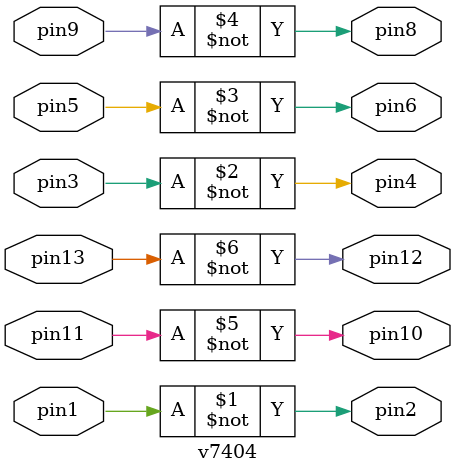
<source format=v>
module v7404 (pin1, pin3, pin5, pin9, pin11, pin13,
            pin2, pin4, pin6, pin8, pin10, pin12);
    input pin1, pin3, pin5, pin9, pin11, pin13;
    output pin2, pin4, pin6, pin8, pin10, pin12;
    assign pin2 = ~pin1;
    assign pin4 = ~pin3;
    assign pin6 = ~pin5;
    assign pin8 = ~pin9;
    assign pin10 = ~pin11;
    assign pin12 = ~pin13;
endmodule
</source>
